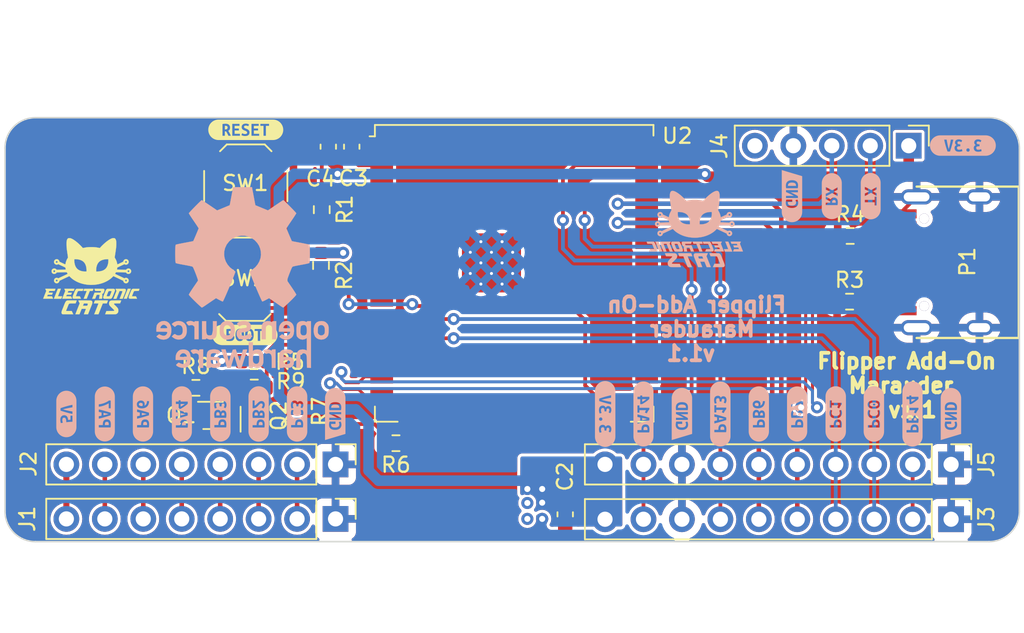
<source format=kicad_pcb>
(kicad_pcb (version 20221018) (generator pcbnew)
  (layers (0 "F.Cu" signal) (31 "B.Cu" signal) (34 "B.Paste" user) (35 "F.Paste" user) (36 "B.SilkS" user "B.Silkscreen") (37 "F.SilkS" user "F.Silkscreen") (38 "B.Mask" user) (39 "F.Mask" user) (44 "Edge.Cuts" user))
  (net 0 "")
  (net 1 "+3V3")
  (net 2 "GND")
  (net 3 "/PC3")
  (net 4 "/PB2")
  (net 5 "/PB3")
  (net 6 "/PA4")
  (net 7 "/PA6")
  (net 8 "/PA7")
  (net 9 "+5V")
  (net 10 "/PB14")
  (net 11 "/LPUART_RX")
  (net 12 "/LPUART_TX")
  (net 13 "/RX")
  (net 14 "/TX")
  (net 15 "/SWDIO")
  (net 16 "/SWCLK")
  (net 17 "/DIO11")
  (net 18 "unconnected-(P1-VBUS-PadA4)")
  (net 19 "Net-(P1-CC)")
  (net 20 "/D-")
  (net 21 "/D+")
  (net 22 "Net-(P1-VCONN)")
  (net 23 "Net-(Q1-G)")
  (net 24 "Net-(Q1-S)")
  (net 25 "Net-(Q1-D)")
  (net 26 "Net-(Q2-S)")
  (net 27 "/RST")
  (net 28 "/BOOT")
  (net 29 "/I2C_PULLUP")
  (footprint "Resistor_SMD:R_0603_1608Metric" (layer "F.Cu") (at 133.807 87.84 90)
    (fp_text reference "R7" (at 0 1.513 90) (layer "F.SilkS"))
    (fp_text value "10K")
    (pad "1" smd roundrect (at -0.825 0 90) (size 0.8 0.95) (layers "F.Cu" "F.Paste" "F.Mask") (net 23 "Net-(Q1-G)"))
    (pad "2" smd roundrect (at 0.825 0 90) (size 0.8 0.95) (layers "F.Cu" "F.Paste" "F.Mask") (net 25 "Net-(Q1-D)"))
  )
  (footprint "Connector_PinHeader_2.54mm:PinHeader_1x10_P2.54mm_Vertical" (layer "F.Cu") (at 177.001 94.9532 -90)
    (fp_text reference "J3" (at 0 -2.33 90) (layer "F.SilkS"))
    (fp_text value "Conn_01x10_Socket")
    (pad "1" thru_hole rect (at 0 0 270) (size 1.7 1.7) (drill 1) (layers "*.Cu" "*.Mask") (net 2 "GND"))
    (pad "2" thru_hole oval (at 0 2.54 270) (size 1.7 1.7) (drill 1) (layers "*.Cu" "*.Mask") (net 10 "/PB14"))
    (pad "3" thru_hole oval (at 0 5.08 270) (size 1.7 1.7) (drill 1) (layers "*.Cu" "*.Mask") (net 11 "/LPUART_RX"))
    (pad "4" thru_hole oval (at 0 7.62 270) (size 1.7 1.7) (drill 1) (layers "*.Cu" "*.Mask") (net 12 "/LPUART_TX"))
    (pad "5" thru_hole oval (at 0 10.16 270) (size 1.7 1.7) (drill 1) (layers "*.Cu" "*.Mask") (net 13 "/RX"))
    (pad "6" thru_hole oval (at 0 12.7 270) (size 1.7 1.7) (drill 1) (layers "*.Cu" "*.Mask") (net 14 "/TX"))
    (pad "7" thru_hole oval (at 0 15.24 270) (size 1.7 1.7) (drill 1) (layers "*.Cu" "*.Mask") (net 15 "/SWDIO"))
    (pad "8" thru_hole oval (at 0 17.78 270) (size 1.7 1.7) (drill 1) (layers "*.Cu" "*.Mask") (net 2 "GND"))
    (pad "9" thru_hole oval (at 0 20.32 270) (size 1.7 1.7) (drill 1) (layers "*.Cu" "*.Mask") (net 16 "/SWCLK"))
    (pad "10" thru_hole oval (at 0 22.86 270) (size 1.7 1.7) (drill 1) (layers "*.Cu" "*.Mask") (net 1 "+3V3"))
  )
  (footprint "Resistor_SMD:R_0603_1608Metric" (layer "F.Cu") (at 130.96 84.5128)
    (fp_text reference "R5" (at 2.37 0.0472) (layer "F.SilkS"))
    (fp_text value "10K")
    (pad "1" smd roundrect (at -0.825 0) (size 0.8 0.95) (layers "F.Cu" "F.Paste" "F.Mask") (net 1 "+3V3"))
    (pad "2" smd roundrect (at 0.825 0) (size 0.8 0.95) (layers "F.Cu" "F.Paste" "F.Mask") (net 12 "/LPUART_TX"))
  )
  (footprint "RF_Module:ESP32-S3-WROOM-1U" (layer "F.Cu") (at 148.14 78.71)
    (fp_text reference "U2" (at 10.77 -9.08 unlocked) (layer "F.SilkS"))
    (fp_text value "ESP32-S3-WROOM-1U-N16")
    (pad "1" smd rect (at -8.75 -8.41) (size 1.5 0.9) (layers "F.Cu" "F.Paste" "F.Mask") (net 2 "GND"))
    (pad "2" smd rect (at -8.75 -7.14) (size 1.5 0.9) (layers "F.Cu" "F.Paste" "F.Mask") (net 1 "+3V3"))
    (pad "3" smd rect (at -8.75 -5.87) (size 1.5 0.9) (layers "F.Cu" "F.Paste" "F.Mask") (net 27 "/RST"))
    (pad "4" smd rect (at -8.75 -4.6) (size 1.5 0.9) (layers "F.Cu" "F.Paste" "F.Mask"))
    (pad "5" smd rect (at -8.75 -3.33) (size 1.5 0.9) (layers "F.Cu" "F.Paste" "F.Mask"))
    (pad "6" smd rect (at -8.75 -2.06) (size 1.5 0.9) (layers "F.Cu" "F.Paste" "F.Mask"))
    (pad "7" smd rect (at -8.75 -0.79) (size 1.5 0.9) (layers "F.Cu" "F.Paste" "F.Mask"))
    (pad "8" smd rect (at -8.75 0.48) (size 1.5 0.9) (layers "F.Cu" "F.Paste" "F.Mask"))
    (pad "9" smd rect (at -8.75 1.75) (size 1.5 0.9) (layers "F.Cu" "F.Paste" "F.Mask"))
    (pad "10" smd rect (at -8.75 3.02) (size 1.5 0.9) (layers "F.Cu" "F.Paste" "F.Mask") (net 11 "/LPUART_RX"))
    (pad "11" smd rect (at -8.75 4.29) (size 1.5 0.9) (layers "F.Cu" "F.Paste" "F.Mask") (net 12 "/LPUART_TX"))
    (pad "12" smd rect (at -8.75 5.56) (size 1.5 0.9) (layers "F.Cu" "F.Paste" "F.Mask"))
    (pad "13" smd rect (at -8.75 6.83) (size 1.5 0.9) (layers "F.Cu" "F.Paste" "F.Mask") (net 20 "/D-"))
    (pad "14" smd rect (at -8.75 8.1 180) (size 1.5 0.9) (layers "F.Cu" "F.Paste" "F.Mask") (net 21 "/D+"))
    (pad "15" smd rect (at -6.985 9.35 270) (size 1.5 0.9) (layers "F.Cu" "F.Paste" "F.Mask") (net 29 "/I2C_PULLUP"))
    (pad "16" smd rect (at -5.715 9.35 270) (size 1.5 0.9) (layers "F.Cu" "F.Paste" "F.Mask"))
    (pad "17" smd rect (at -4.445 9.35 270) (size 1.5 0.9) (layers "F.Cu" "F.Paste" "F.Mask"))
    (pad "18" smd rect (at -3.175 9.35 270) (size 1.5 0.9) (layers "F.Cu" "F.Paste" "F.Mask"))
    (pad "19" smd rect (at -1.905 9.35 270) (size 1.5 0.9) (layers "F.Cu" "F.Paste" "F.Mask"))
    (pad "20" smd rect (at -0.635 9.35 270) (size 1.5 0.9) (layers "F.Cu" "F.Paste" "F.Mask"))
    (pad "21" smd rect (at 0.635 9.35 270) (size 1.5 0.9) (layers "F.Cu" "F.Paste" "F.Mask"))
    (pad "22" smd rect (at 1.905 9.35 270) (size 1.5 0.9) (layers "F.Cu" "F.Paste" "F.Mask"))
    (pad "23" smd rect (at 3.175 9.35 270) (size 1.5 0.9) (layers "F.Cu" "F.Paste" "F.Mask"))
    (pad "24" smd rect (at 4.445 9.35 270) (size 1.5 0.9) (layers "F.Cu" "F.Paste" "F.Mask"))
    (pad "25" smd rect (at 5.715 9.35 270) (size 1.5 0.9) (layers "F.Cu" "F.Paste" "F.Mask"))
    (pad "26" smd rect (at 6.985 9.35 270) (size 1.5 0.9) (layers "F.Cu" "F.Paste" "F.Mask"))
    (pad "27" smd rect (at 8.75 8.1) (size 1.5 0.9) (layers "F.Cu" "F.Paste" "F.Mask") (net 28 "/BOOT"))
    (pad "28" smd rect (at 8.75 6.83) (size 1.5 0.9) (layers "F.Cu" "F.Paste" "F.Mask"))
    (pad "29" smd rect (at 8.75 5.56) (size 1.5 0.9) (layers "F.Cu" "F.Paste" "F.Mask"))
    (pad "30" smd rect (at 8.75 4.29) (size 1.5 0.9) (layers "F.Cu" "F.Paste" "F.Mask"))
    (pad "31" smd rect (at 8.75 3.02) (size 1.5 0.9) (layers "F.Cu" "F.Paste" "F.Mask"))
    (pad "32" smd rect (at 8.75 1.75) (size 1.5 0.9) (layers "F.Cu" "F.Paste" "F.Mask"))
    (pad "33" smd rect (at 8.75 0.48) (size 1.5 0.9) (layers "F.Cu" "F.Paste" "F.Mask"))
    (pad "34" smd rect (at 8.75 -0.79) (size 1.5 0.9) (layers "F.Cu" "F.Paste" "F.Mask"))
    (pad "35" smd rect (at 8.75 -2.06) (size 1.5 0.9) (layers "F.Cu" "F.Paste" "F.Mask"))
    (pad "36" smd rect (at 8.75 -3.33) (size 1.5 0.9) (layers "F.Cu" "F.Paste" "F.Mask") (net 14 "/TX"))
    (pad "37" smd rect (at 8.75 -4.6) (size 1.5 0.9) (layers "F.Cu" "F.Paste" "F.Mask") (net 13 "/RX"))
    (pad "38" smd rect (at 8.75 -5.87) (size 1.5 0.9) (layers "F.Cu" "F.Paste" "F.Mask") (net 15 "/SWDIO"))
    (pad "39" smd rect (at 8.75 -7.14) (size 1.5 0.9) (layers "F.Cu" "F.Paste" "F.Mask") (net 16 "/SWCLK"))
    (pad "40" smd rect (at 8.75 -8.41) (size 1.5 0.9) (layers "F.Cu" "F.Paste" "F.Mask") (net 2 "GND"))
    (pad "41" thru_hole circle (at -2.9 -1.39) (size 0.6 0.6) (drill 0.2) (property pad_prop_heatsink) (layers "*.Cu" "F.Mask") (net 2 "GND"))
    (pad "41" thru_hole circle (at -2.9 0.01) (size 0.6 0.6) (drill 0.2) (property pad_prop_heatsink) (layers "*.Cu" "F.Mask") (net 2 "GND"))
    (pad "41" thru_hole circle (at -2.2 -2.09) (size 0.6 0.6) (drill 0.2) (property pad_prop_heatsink) (layers "*.Cu" "F.Mask") (net 2 "GND"))
    (pad "41" thru_hole circle (at -2.2 -0.69) (size 0.6 0.6) (drill 0.2) (property pad_prop_heatsink) (layers "*.Cu" "F.Mask") (net 2 "GND"))
    (pad "41" thru_hole circle (at -2.2 0.71) (size 0.6 0.6) (drill 0.2) (property pad_prop_heatsink) (layers "*.Cu" "F.Mask") (net 2 "GND"))
    (pad "41" thru_hole circle (at -1.5 -1.39) (size 0.6 0.6) (drill 0.2) (property pad_prop_heatsink) (layers "*.Cu" "F.Mask") (net 2 "GND"))
    (pad "41" smd rect (at -1.5 -0.69) (size 3.9 3.9) (layers "F.Cu" "F.Mask") (net 2 "GND"))
    (pad "41" thru_hole circle (at -1.5 0.01) (size 0.6 0.6) (drill 0.2) (property pad_prop_heatsink) (layers "*.Cu" "F.Mask") (net 2 "GND"))
    (pad "41" thru_hole circle (at -0.8 -2.09) (size 0.6 0.6) (drill 0.2) (property pad_prop_heatsink) (layers "*.Cu" "F.Mask") (net 2 "GND"))
    (pad "41" thru_hole circle (at -0.8 -0.69 90) (size 0.6 0.6) (drill 0.2) (property pad_prop_heatsink) (layers "*.Cu" "F.Mask") (net 2 "GND"))
    (pad "41" thru_hole circle (at -0.8 0.71) (size 0.6 0.6) (drill 0.2) (property pad_prop_heatsink) (layers "*.Cu" "F.Mask") (net 2 "GND"))
    (pad "41" thru_hole circle (at -0.1 -1.39) (size 0.6 0.6) (drill 0.2) (property pad_prop_heatsink) (layers "*.Cu" "F.Mask") (net 2 "GND"))
    (pad "41" thru_hole circle (at -0.1 0.01) (size 0.6 0.6) (drill 0.2) (property pad_prop_heatsink) (layers "*.Cu" "F.Mask") (net 2 "GND"))
  )
  (footprint "Resistor_SMD:R_0603_1608Metric" (layer "F.Cu") (at 170.295 80.58)
    (fp_text reference "R3" (at 0 -1.43) (layer "F.SilkS"))
    (fp_text value "5k1")
    (pad "1" smd roundrect (at -0.825 0) (size 0.8 0.95) (layers "F.Cu" "F.Paste" "F.Mask") (net 2 "GND"))
    (pad "2" smd roundrect (at 0.825 0) (size 0.8 0.95) (layers "F.Cu" "F.Paste" "F.Mask") (net 19 "Net-(P1-CC)"))
  )
  (footprint "Resistor_SMD:R_0603_1608Metric" (layer "F.Cu") (at 127.115 86.2728)
    (fp_text reference "R8" (at 0 -1.43) (layer "F.SilkS"))
    (fp_text value "4k7")
    (pad "1" smd roundrect (at -0.825 0) (size 0.8 0.95) (layers "F.Cu" "F.Paste" "F.Mask") (net 24 "Net-(Q1-S)"))
    (pad "2" smd roundrect (at 0.825 0) (size 0.8 0.95) (layers "F.Cu" "F.Paste" "F.Mask") (net 11 "/LPUART_RX"))
  )
  (footprint "Connector_PinHeader_2.54mm:PinHeader_1x08_P2.54mm_Vertical" (layer "F.Cu") (at 136.34 91.33 -90)
    (fp_text reference "J2" (at -0.04 20.27 90) (layer "F.SilkS"))
    (fp_text value "Conn_01x08_Socket")
    (pad "1" thru_hole rect (at 0 0 270) (size 1.7 1.7) (drill 1) (layers "*.Cu" "*.Mask") (net 2 "GND"))
    (pad "2" thru_hole oval (at 0 2.54 270) (size 1.7 1.7) (drill 1) (layers "*.Cu" "*.Mask") (net 3 "/PC3"))
    (pad "3" thru_hole oval (at 0 5.08 270) (size 1.7 1.7) (drill 1) (layers "*.Cu" "*.Mask") (net 4 "/PB2"))
    (pad "4" thru_hole oval (at 0 7.62 270) (size 1.7 1.7) (drill 1) (layers "*.Cu" "*.Mask") (net 5 "/PB3"))
    (pad "5" thru_hole oval (at 0 10.16 270) (size 1.7 1.7) (drill 1) (layers "*.Cu" "*.Mask") (net 6 "/PA4"))
    (pad "6" thru_hole oval (at 0 12.7 270) (size 1.7 1.7) (drill 1) (layers "*.Cu" "*.Mask") (net 7 "/PA6"))
    (pad "7" thru_hole oval (at 0 15.24 270) (size 1.7 1.7) (drill 1) (layers "*.Cu" "*.Mask") (net 8 "/PA7"))
    (pad "8" thru_hole oval (at 0 17.78 270) (size 1.7 1.7) (drill 1) (layers "*.Cu" "*.Mask") (net 9 "+5V"))
  )
  (footprint "kibuzzard-64E4E837" (layer "F.Cu") (at 130.41 69.23)
    (fp_text reference "kibuzzard-64E4E837" hide)
    (fp_text value "G***" hide)
  )
  (footprint "Resistor_SMD:R_0603_1608Metric" (layer "F.Cu") (at 140.33 89.93 180)
    (fp_text reference "R6" (at 0 -1.43) (layer "F.SilkS"))
    (fp_text value "150")
    (pad "1" smd roundrect (at -0.825 0 180) (size 0.8 0.95) (layers "F.Cu" "F.Paste" "F.Mask") (net 29 "/I2C_PULLUP"))
    (pad "2" smd roundrect (at 0.825 0 180) (size 0.8 0.95) (layers "F.Cu" "F.Paste" "F.Mask") (net 23 "Net-(Q1-G)"))
  )
  (footprint "Aesthetics:electronic_cats_logo_4x3" (layer "F.Cu") (at 120.21 78.9)
    (fp_text reference "G***" hide)
    (fp_text value "LOGO" hide)
  )
  (footprint "Resistor_SMD:R_0603_1608Metric" (layer "F.Cu") (at 135.43 74.505 90)
    (fp_text reference "R1" (at 0.005 1.52 90) (layer "F.SilkS"))
    (fp_text value "10K")
    (pad "1" smd roundrect (at -0.825 0 90) (size 0.8 0.95) (layers "F.Cu" "F.Paste" "F.Mask") (net 27 "/RST"))
    (pad "2" smd roundrect (at 0.825 0 90) (size 0.8 0.95) (layers "F.Cu" "F.Paste" "F.Mask") (net 1 "+3V3"))
  )
  (footprint "Capacitor_SMD:C_0603_1608Metric" (layer "F.Cu") (at 137.41 70.345 90)
    (fp_text reference "C3" (at -2.085 0.11 180) (layer "F.SilkS"))
    (fp_text value "1uF")
    (pad "1" smd roundrect (at -0.775 0 90) (size 0.9 0.95) (layers "F.Cu" "F.Paste" "F.Mask") (net 1 "+3V3"))
    (pad "2" smd roundrect (at 0.775 0 90) (size 0.9 0.95) (layers "F.Cu" "F.Paste" "F.Mask") (net 2 "GND"))
  )
  (footprint "Package_TO_SOT_SMD:SOT-523" (layer "F.Cu") (at 130.967 88.17 90)
    (fp_text reference "Q2" (at 0.05 1.623 90) (layer "F.SilkS"))
    (fp_text value "DMP2004TK-7")
    (pad "1" smd rect (at -0.645 -0.5 270) (size 0.51 0.4) (layers "F.Cu" "F.Paste" "F.Mask") (net 23 "Net-(Q1-G)"))
    (pad "2" smd rect (at -0.645 0.5 270) (size 0.51 0.4) (layers "F.Cu" "F.Paste" "F.Mask") (net 26 "Net-(Q2-S)"))
    (pad "3" smd rect (at 0.645 0 270) (size 0.51 0.4) (layers "F.Cu" "F.Paste" "F.Mask") (net 25 "Net-(Q1-D)"))
  )
  (footprint "Connector_PinHeader_2.54mm:PinHeader_1x05_P2.54mm_Vertical" (layer "F.Cu") (at 174.2 70.28 -90)
    (fp_text reference "J4" (at 0.02 12.5 90) (layer "F.SilkS"))
    (fp_text value "GPS")
    (pad "1" thru_hole rect (at 0 0 270) (size 1.7 1.7) (drill 1) (layers "*.Cu" "*.Mask") (net 1 "+3V3"))
    (pad "2" thru_hole oval (at 0 2.54 270) (size 1.7 1.7) (drill 1) (layers "*.Cu" "*.Mask") (net 14 "/TX"))
    (pad "3" thru_hole oval (at 0 5.08 270) (size 1.7 1.7) (drill 1) (layers "*.Cu" "*.Mask") (net 13 "/RX"))
    (pad "4" thru_hole oval (at 0 7.62 270) (size 1.7 1.7) (drill 1) (layers "*.Cu" "*.Mask") (net 2 "GND"))
    (pad "5" thru_hole oval (at 0 10.16 270) (size 1.7 1.7) (drill 1) (layers "*.Cu" "*.Mask") (net 17 "/DIO11"))
  )
  (footprint "Connectors:C393939" (layer "F.Cu") (at 174.7225 77.98 90)
    (fp_text reference "P1" (at 0.03 3.3575 90) (layer "F.SilkS"))
    (fp_text value "USB_C_Plug_USB2.0")
    (pad "" thru_hole circle (at -2.89 0.5 90) (size 0.65 0.65) (drill 0.65) (layers "*.Cu" "*.Mask"))
    (pad "" thru_hole circle (at 2.89 0.5 90) (size 0.65 0.65) (drill 0.65) (layers "*.Cu" "*.Mask"))
    (pad "A1" smd rect (at -3.2 -0.825 90) (size 0.6 1.65) (layers "F.Cu" "F.Paste" "F.Mask") (net 2 "GND"))
    (pad "A1" smd rect (at 3.2 -0.825 90) (size 0.6 1.65) (layers "F.Cu" "F.Paste" "F.Mask") (net 2 "GND"))
    (pad "A4" smd rect (at -2.4 -0.825 90) (size 0.6 1.65) (layers "F.Cu" "F.Paste" "F.Mask") (net 18 "unconnected-(P1-VBUS-PadA4)"))
    (pad "A4" smd rect (at 2.4 -0.825 90) (size 0.6 1.65) (layers "F.Cu" "F.Paste" "F.Mask") (net 18 "unconnected-(P1-VBUS-PadA4)"))
    (pad "A5" smd rect (at -1.25 -0.825 90) (size 0.3 1.65) (layers "F.Cu" "F.Paste" "F.Mask") (net 19 "Net-(P1-CC)"))
    (pad "A6" smd rect (at -0.25 -0.825 90) (size 0.3 1.65) (layers "F.Cu" "F.Paste" "F.Mask") (net 21 "/D+"))
    (pad "A6" smd rect (at 0.75 -0.825 90) (size 0.3 1.65) (layers "F.Cu" "F.Paste" "F.Mask") (net 21 "/D+"))
    (pad "A7" smd rect (at -0.75 -0.825 90) (size 0.3 1.65) (layers "F.Cu" "F.Paste" "F.Mask") (net 20 "/D-"))
    (pad "A7" smd rect (at 0.25 -0.825 90) (size 0.3 1.65) (layers "F.Cu" "F.Paste" "F.Mask") (net 20 "/D-"))
    (pad "A8" smd rect (at -1.75 -0.825 90) (size 0.3 1.65) (layers "F.Cu" "F.Paste" "F.Mask"))
    (pad "B5" smd rect (at 1.75 -0.825 90) (size 0.3 1.65) (layers "F.Cu" "F.Paste" "F.Mask") (net 22 "Net-(P1-VCONN)"))
    (pad "B8" smd rect (at 1.25 -0.825 90) (size 0.3 1.65) (layers "F.Cu" "F.Paste" "F.Mask"))
    (pad "S1" thru_hole oval (at -4.32 0 90) (size 1 2.1) (drill oval 0.6 1.7) (layers "*.Cu" "*.Mask") (net 2 "GND"))
    (pad "S1" thru_hole oval (at -4.32 4.15 90) (size 1 1.8) (drill oval 0.6 1.4) (layers "*.Cu" "*.Mask") (net 2 "GND"))
    (pad "S1" thru_hole oval (at 4.32 0 90) (size 1 2.1) (drill oval 0.6 1.7) (layers "*.Cu" "*.Mask") (net 2 "GND"))
    (pad "S1" thru_hole oval (at 4.32 4.15 90) (size 1 1.8) (drill oval 0.6 1.4) (layers "*.Cu" "*.Mask") (net 2 "GND"))
  )
  (footprint "Resistor_SMD:R_0603_1608Metric" (layer "F.Cu") (at 135.38 78.19 90)
    (fp_text reference "R2" (at -0.67 1.53 90) (layer "F.SilkS"))
    (fp_text value "10K")
    (pad "1" smd roundrect (at -0.825 0 90) (size 0.8 0.95) (layers "F.Cu" "F.Paste" "F.Mask") (net 28 "/BOOT"))
    (pad "2" smd roundrect (at 0.825 0 90) (size 0.8 0.95) (layers "F.Cu" "F.Paste" "F.Mask") (net 1 "+3V3"))
  )
  (footprint "Package_TO_SOT_SMD:SOT-523" (layer "F.Cu") (at 128.2528 88.095)
    (fp_text reference "Q1" (at -2.1128 -0.005) (layer "F.SilkS"))
    (fp_text value "DMP2004TK-7")
    (pad "1" smd rect (at -0.645 -0.5 180) (size 0.51 0.4) (layers "F.Cu" "F.Paste" "F.Mask") (net 23 "Net-(Q1-G)"))
    (pad "2" smd rect (at -0.645 0.5 180) (size 0.51 0.4) (layers "F.Cu" "F.Paste" "F.Mask") (net 24 "Net-(Q1-S)"))
    (pad "3" smd rect (at 0.645 0 180) (size 0.51 0.4) (layers "F.Cu" "F.Paste" "F.Mask") (net 25 "Net-(Q1-D)"))
  )
  (footprint "Connector_PinHeader_2.54mm:PinHeader_1x08_P2.54mm_Vertical" (layer "F.Cu") (at 136.34 94.93 -90)
    (fp_text reference "J1" (at 0 20.36 90) (layer "F.SilkS"))
    (fp_text value "Conn_01x08_Socket")
    (pad "1" thru_hole rect (at 0 0 270) (size 1.7 1.7) (drill 1) (layers "*.Cu" "*.Mask") (net 2 "GND"))
    (pad "2" thru_hole oval (at 0 2.54 270) (size 1.7 1.7) (drill 1) (layers "*.Cu" "*.Mask") (net 3 "/PC3"))
    (pad "3" thru_hole oval (at 0 5.08 270) (size 1.7 1.7) (drill 1) (layers "*.Cu" "*.Mask") (net 4 "/PB2"))
    (pad "4" thru_hole oval (at 0 7.62 270) (size 1.7 1.7) (drill 1) (layers "*.Cu" "*.Mask") (net 5 "/PB3"))
    (pad "5" thru_hole oval (at 0 10.16 270) (size 1.7 1.7) (drill 1) (layers "*.Cu" "*.Mask") (net 6 "/PA4"))
    (pad "6" thru_hole oval (at 0 12.7 270) (size 1.7 1.7) (drill 1) (layers "*.Cu" "*.Mask") (net 7 "/PA6"))
    (pad "7" thru_hole oval (at 0 15.24 270) (size 1.7 1.7) (drill 1) (layers "*.Cu" "*.Mask") (net 8 "/PA7"))
    (pad "8" thru_hole oval (at 0 17.78 270) (size 1.7 1.7) (drill 1) (layers "*.Cu" "*.Mask") (net 9 "+5V"))
  )
  (footprint "Resistor_SMD:R_0603_1608Metric" (layer "F.Cu") (at 130.97 86.2528)
    (fp_text reference "R9" (at 2.41 -0.4028) (layer "F.SilkS"))
    (fp_text value "4k7")
    (pad "1" smd roundrect (at -0.825 0) (size 0.8 0.95) (layers "F.Cu" "F.Paste" "F.Mask") (net 26 "Net-(Q2-S)"))
    (pad "2" smd roundrect (at 0.825 0) (size 0.8 0.95) (layers "F.Cu" "F.Paste" "F.Mask") (net 12 "/LPUART_TX"))
  )
  (footprint "Resistor_SMD:R_0603_1608Metric" (layer "F.Cu") (at 170.335 76.24)
    (fp_text reference "R4" (at 0 -1.43) (layer "F.SilkS"))
    (fp_text value "5k1")
    (pad "1" smd roundrect (at -0.825 0) (size 0.8 0.95) (layers "F.Cu" "F.Paste" "F.Mask") (net 2 "GND"))
    (pad "2" smd roundrect (at 0.825 0) (size 0.8 0.95) (layers "F.Cu" "F.Paste" "F.Mask") (net 22 "Net-(P1-VCONN)"))
  )
  (footprint "kibuzzard-64E4E889" (layer "F.Cu") (at 130.35 82.78)
    (fp_text reference "kibuzzard-64E4E889" hide)
    (fp_text value "G***" hide)
  )
  (footprint "Capacitor_SMD:C_0603_1608Metric" (layer "F.Cu") (at 135.86 70.345 90)
    (fp_text reference "C4" (at -2.115 -0.5 180) (layer "F.SilkS"))
    (fp_text value "10uF")
    (pad "1" smd roundrect (at -0.775 0 90) (size 0.9 0.95) (layers "F.Cu" "F.Paste" "F.Mask") (net 1 "+3V3"))
    (pad "2" smd roundrect (at 0.775 0 90) (size 0.9 0.95) (layers "F.Cu" "F.Paste" "F.Mask") (net 2 "GND"))
  )
  (footprint "Connector_PinHeader_2.54mm:PinHeader_1x10_P2.54mm_Vertical" (layer "F.Cu") (at 177.001 91.33 -90)
    (fp_text reference "J5" (at 0 -2.33 90) (layer "F.SilkS"))
    (fp_text value "Conn_01x10_Socket")
    (pad "1" thru_hole rect (at 0 0 270) (size 1.7 1.7) (drill 1) (layers "*.Cu" "*.Mask") (net 2 "GND"))
    (pad "2" thru_hole oval (at 0 2.54 270) (size 1.7 1.7) (drill 1) (layers "*.Cu" "*.Mask") (net 10 "/PB14"))
    (pad "3" thru_hole oval (at 0 5.08 270) (size 1.7 1.7) (drill 1) (layers "*.Cu" "*.Mask") (net 11 "/LPUART_RX"))
    (pad "4" thru_hole oval (at 0 7.62 270) (size 1.7 1.7) (drill 1) (layers "*.Cu" "*.Mask") (net 12 "/LPUART_TX"))
    (pad "5" thru_hole oval (at 0 10.16 270) (size 1.7 1.7) (drill 1) (layers "*.Cu" "*.Mask") (net 13 "/RX"))
    (pad "6" thru_hole oval (at 0 12.7 270) (size 1.7 1.7) (drill 1) (layers "*.Cu" "*.Mask") (net 14 "/TX"))
    (pad "7" thru_hole oval (at 0 15.24 270) (size 1.7 1.7) (drill 1) (layers "*.Cu" "*.Mask") (net 15 "/SWDIO"))
    (pad "8" thru_hole oval (at 0 17.78 270) (size 1.7 1.7) (drill 1) (layers "*.Cu" "*.Mask") (net 2 "GND"))
    (pad "9" thru_hole oval (at 0 20.32 270) (size 1.7 1.7) (drill 1) (layers "*.Cu" "*.Mask") (net 16 "/SWCLK"))
    (pad "10" thru_hole oval (at 0 22.86 270) (size 1.7 1.7) (drill 1) (layers "*.Cu" "*.Mask") (net 1 "+3V3"))
  )
  (footprint "Button_Switch_SMD:SW_SPST_TL3342" (layer "F.Cu") (at 130.41 72.945)
    (fp_text reference "SW1" (at -0.03 -0.195) (layer "F.SilkS"))
    (fp_text value "RESET")
    (pad "1" smd rect (at -3.15 -1.9) (size 1.7 1) (layers "F.Cu" "F.Paste" "F.Mask") (net 2 "GND"))
    (pad "1" smd rect (at 3.15 -1.9) (size 1.7 1) (layers "F.Cu" "F.Paste" "F.Mask") (net 2 "GND"))
    (pad "2" smd rect (at -3.15 1.9) (size 1.7 1) (layers "F.Cu" "F.Paste" "F.Mask") (net 27 "/RST"))
    (pad "2" smd rect (at 3.15 1.9) (size 1.7 1) (layers "F.Cu" "F.Paste" "F.Mask") (net 27 "/RST"))
  )
  (footprint "Button_Switch_SMD:SW_SPST_TL3342" (layer "F.Cu") (at 130.35 79.1)
    (fp_text reference "SW2" (at -0.03 -0.065) (layer "F.SilkS"))
    (fp_text value "BOOT")
    (pad "1" smd rect (at -3.15 -1.9) (size 1.7 1) (layers "F.Cu" "F.Paste" "F.Mask") (net 2 "GND"))
    (pad "1" smd rect (at 3.15 -1.9) (size 1.7 1) (layers "F.Cu" "F.Paste" "F.Mask") (net 2 "GND"))
    (pad "2" smd rect (at -3.15 1.9) (size 1.7 1) (layers "F.Cu" "F.Paste" "F.Mask") (net 28 "/BOOT"))
    (pad "2" smd rect (at 3.15 1.9) (size 1.7 1) (layers "F.Cu" "F.Paste" "F.Mask") (net 28 "/BOOT"))
  )
  (footprint "Capacitor_SMD:C_0603_1608Metric" (layer "F.Cu") (at 151.51 94.63 -90)
    (fp_text reference "C2" (at -2.49 0.01 90) (layer "F.SilkS"))
    (fp_text value "10uF")
    (pad "1" smd roundrect (at -0.775 0 270) (size 0.9 0.95) (layers "F.Cu" "F.Paste" "F.Mask") (net 1 "+3V3"))
    (pad "2" smd roundrect (at 0.775 0 270) (size 0.9 0.95) (layers "F.Cu" "F.Paste" "F.Mask") (net 2 "GND"))
  )
  (footprint "kibuzzard-648B921B" (layer "B.Cu") (at 133.8 88 90)
    (fp_text reference "kibuzzard-648B921B" hide)
    (fp_text value "G***" hide)
  )
  (footprint "kibuzzard-648B91FC" (layer "B.Cu") (at 131.26 88 90)
    (fp_text reference "kibuzzard-648B91FC" hide)
    (fp_text value "G***" hide)
  )
  (footprint "kibuzzard-64E4E5CE" (layer "B.Cu") (at 118.56 88 90)
    (fp_text reference "kibuzzard-64E4E5CE" hide)
    (fp_text value "G***" hide)
  )
  (footprint "kibuzzard-648B93EF" (layer "B.Cu") (at 169.38 88 90)
    (fp_text reference "kibuzzard-648B93EF" hide)
    (fp_text value "G***" hide)
  )
  (footprint "kibuzzard-64E4E792" (layer "B.Cu") (at 166.49 73.61 90)
    (fp_text reference "kibuzzard-64E4E792" hide)
    (fp_text value "G***" hide)
  )
  (footprint "kibuzzard-6488EEAF" (layer "B.Cu") (at 136.32 88 90)
    (fp_text reference "kibuzzard-6488EEAF" hide)
    (fp_text value "G***" hide)
  )
  (footprint "kibuzzard-648B93E0" (layer "B.Cu") (at 164.3 88 90)
    (fp_text reference "kibuzzard-648B93E0" hide)
    (fp_text value "G***" hide)
  )
  (footprint "kibuzzard-648B93B1" (layer "B.Cu") (at 156.68 88 90)
    (fp_text reference "kibuzzard-648B93B1" hide)
    (fp_text value "G***" hide)
  )
  (footprint "kibuzzard-6488EEAF" (layer "B.Cu") (at 176.99 88 90)
    (fp_text reference "kibuzzard-6488EEAF" hide)
    (fp_text value "G***" hide)
  )
  (footprint "kibuzzard-648B923F" (layer "B.Cu") (at 123.62 88 90)
    (fp_text reference "kibuzzard-648B923F" hide)
    (fp_text value "G***" hide)
  )
  (footprint "kibuzzard-648B9410" (layer "B.Cu") (at 174.45 88 90)
    (fp_text reference "kibuzzard-648B9410" hide)
    (fp_text value "G***" hide)
  )
  (footprint "kibuzzard-648B91CB" (layer "B.Cu") (at 126.19 88 90)
    (fp_text reference "kibuzzard-648B91CB" hide)
    (fp_text value "G***" hide)
  )
  (footprint "kibuzzard-64E4E7AD" (layer "B.Cu") (at 177.78 70.27 180)
    (fp_text reference "kibuzzard-64E4E7AD" hide)
    (fp_text value "G***" hide)
  )
  (footprint "kibuzzard-64E4E7C3" (layer "B.Cu") (at 169.12 73.61 90)
    (fp_text reference "kibuzzard-64E4E7C3" hide)
    (fp_text value "G***" hide)
  )
  (footprint "kibuzzard-6488EEAF" (layer "B.Cu") (at 159.22 88 90)
    (fp_text reference "kibuzzard-6488EEAF" hide)
    (fp_text value "G***" hide)
  )
  (footprint "Symbol:OSHW-Logo_11.4x12mm_SilkScreen" (layer "B.Cu") (at 130.21 78.98 180)
    (fp_text reference "REF**" hide)
    (fp_text value "OSHW-Logo_11.4x12mm_SilkScreen" hide)
  )
  (footprint "kibuzzard-648B93BF" (layer "B.Cu") (at 161.755 88 90)
    (fp_text reference "kibuzzard-648B93BF" hide)
    (fp_text value "G***" hide)
  )
  (footprint "kibuzzard-648B9401" (layer "B.Cu") (at 171.9 88 90)
    (fp_text reference "kibuzzard-648B9401" hide)
    (fp_text value "G***" hide)
  )
  (footprint "kibuzzard-648B922F" (layer "B.Cu") (at 121.1 88 90)
    (fp_text reference "kibuzzard-648B922F" hide)
    (fp_text value "G***" hide)
  )
  (footprint "kibuzzard-648B93D2" (layer "B.Cu") (at 166.83 88 90)
    (fp_text reference "kibuzzard-648B93D2" hide)
    (fp_text value "G***" hide)
  )
  (footprint "kibuzzard-6488F75A" (layer "B.Cu") (at 154.15 88 90)
    (fp_text reference "kibuzzard-6488F75A" hide)
    (fp_text value "G***" hide)
  )
  (footprint "kibuzzard-648B91E6" (layer "B.Cu") (at 128.73 88 90)
    (fp_text reference "kibuzzard-648B91E6" hide)
    (fp_text value "G***" hide)
  )
  (footprint "kibuzzard-64E4E7B8" (layer "B.Cu") (at 171.69 73.61 90)
    (fp_text reference "kibuzzard-64E4E7B8" hide)
    (fp_text value "G***" hide)
  )
  (footprint "Aesthetics:electronic_cats_logo_4x3" (layer "B.Cu") (at 160.070782 75.782253 180)
    (fp_text reference "G***" hide)
    (fp_text value "LOGO" hide)
  )
  (gr_line (start 116.508414 68.43) (end 179.51 68.43) (stroke (width 0.1)) (layer "Edge.Cuts"))
  (gr_arc (start 181.51 94.43) (mid 180.924214 95.844214) (end 179.51 96.43) (stroke (width 0.1)) (layer "Edge.Cuts"))
  (gr_arc (start 114.508414 70.43) (mid 115.094203 69.015789) (end 116.508414 68.43) (stroke (width 0.1)) (layer "Edge.Cuts"))
  (gr_arc (start 179.51 68.43) (mid 180.924214 69.015786) (end 181.51 70.43) (stroke (width 0.1)) (layer "Edge.Cuts"))
  (gr_line (start 181.51 70.43) (end 181.51 94.43) (stroke (width 0.1)) (layer "Edge.Cuts"))
  (gr_arc (start 116.51 96.43) (mid 115.095786 95.844214) (end 114.51 94.43) (stroke (width 0.1)) (layer "Edge.Cuts"))
  (gr_line (start 179.51 96.43) (end 116.51 96.43) (stroke (width 0.1)) (layer "Edge.Cuts"))
  (gr_line (start 114.51 94.43) (end 114.508414 70.43) (stroke (width 0.1)) (layer "Edge.Cuts"))
  (gr_text "Flipper Add-On\nMarauder \n v1.1\n" (at 160.190782 82.392253) (layer "B.SilkS") (effects (font (size 1 1) (thickness 0.25) bold) (justify mirror)))
  (gr_text "Flipper Add-On\nMarauder \n v1.1\n" (at 174.07 86.12) (layer "F.SilkS") (effects (font (size 1 1) (thickness 0.25) bold)))
  (via (at 149.01 94.93) (size 0.8) (drill 0.4) (layers "F.Cu" "B.Cu") (net 0))
  (via (at 149.01 93.88) (size 0.8) (drill 0.4) (layers "F.Cu" "B.Cu") (net 0))
  (segment (start 130.1222 84.5) (end 130.135 84.5128) (width 0.7) (layer "F.Cu") (net 1))
  (segment (start 153.0428 93.855) (end 154.141 94.9532) (width 0.3) (layer "F.Cu") (net 1))
  (segment (start 128.84 84.5) (end 130.1222 84.5) (width 0.7) (layer "F.Cu") (net 1))
  (segment (start 151.51 93.855) (end 149.995 93.855) (width 0.3) (layer "F.Cu") (net 1))
  (segment (start 154.141 94.9532) (end 154.141 91.33) (width 0.3) (layer "F.Cu") (net 1))
  (segment (start 136.485 71.745) (end 135.86 71.12) (width 0.7) (layer "F.Cu") (net 1))
  (segment (start 136.4925 72.12) (end 136.4925 71.75) (width 0.7) (layer "F.Cu") (net 1))
  (segment (start 160.915 72.33) (end 173.41 72.33) (width 0.7) (layer "F.Cu") (net 1))
  (segment (start 137.86 71.57) (end 137.41 71.12) (width 0.25) (layer "F.Cu") (net 1))
  (segment (start 151.51 93.855) (end 153.0428 93.855) (width 0.3) (layer "F.Cu") (net 1))
  (segment (start 139.39 71.57) (end 137.86 71.57) (width 0.25) (layer "F.Cu") (net 1))
  (segment (start 174.2 71.54) (end 174.2 70.28) (width 0.7) (layer "F.Cu") (net 1))
  (segment (start 136.4725 72.14) (end 136.4925 72.12) (width 0.7) (layer "F.Cu") (net 1))
  (segment (start 135.43 71.55) (end 135.86 71.12) (width 0.25) (layer "F.Cu") (net 1))
  (segment (start 135.38 77.365) (end 136.8325 77.365) (width 0.7) (layer "F.Cu") (net 1))
  (segment (start 154.135 94.9472) (end 154.141 94.9532) (width 0.5) (layer "F.Cu") (net 1))
  (segment (start 160.74 72.155) (end 160.915 72.33) (width 0.7) (layer "F.Cu") (net 1))
  (segment (start 135.43 73.68) (end 135.43 71.55) (width 0.25) (layer "F.Cu") (net 1))
  (segment (start 173.41 72.33) (end 174.2 71.54) (width 0.7) (layer "F.Cu") (net 1))
  (segment (start 135.86 71.12) (end 137.41 71.12) (width 0.25) (layer "F.Cu") (net 1))
  (segment (start 136.8325 77.365) (end 136.8425 77.355) (width 0.7) (layer "F.Cu") (net 1))
  (segment (start 149.995 93.855) (end 149.99 93.86) (width 0.3) (layer "F.Cu") (net 1))
  (via (at 136.4725 72.14) (size 0.8) (drill 0.4) (layers "F.Cu" "B.Cu") (net 1))
  (via (at 128.84 84.5) (size 0.8) (drill 0.4) (layers "F.Cu" "B.Cu") (net 1))
  (via (at 149.01 92.955) (size 0.8) (drill 0.4) (layers "F.Cu" "B.Cu") (net 1))
  (via (at 136.8425 77.355) (size 0.8) (drill 0.4) (layers "F.Cu" "B.Cu") (net 1))
  (via (at 149.99 92.955) (size 0.8) (drill 0.4) (layers "F.Cu" "B.Cu") (net 1))
  (via (at 149.99 93.86) (size 0.8) (drill 0.4) (layers "F.Cu" "B.Cu") (net 1))
  (via (at 160.74 72.155) (size 0.8) (drill 0.4) (layers "F.Cu" "B.Cu") (net 1))
  (segment (start 132.595 78.12) (end 132.595 83.52) (width 0.7) (layer "B.Cu") (net 1))
  (segment (start 132.595 76.6) (end 132.595 77.35) (width 0.7) (layer "B.Cu") (net 1))
  (segment (start 133.5 87.7) (end 137.68 87.7) (width 0.7) (layer "B.Cu") (net 1))
  (segment (start 139.185 92.405) (end 149.44 92.405) (width 0.7) (layer "B.Cu") (net 1))
  (segment (start 136.8425 77.355) (end 136.8325 77.365) (width 0.7) (layer "B.Cu") (net 1))
  (segment (start 149.44 92.405) (end 149.99 92.955) (width 0.7) (layer "B.Cu") (net 1))
  (segment (start 132.6 76.6) (end 133.35 77.35) (width 0.7) (layer "B.Cu") (net 1))
  (segment (start 132.595 83.52) (end 132.595 84.09) (width 0.7) (layer "B.Cu") (net 1))
  (segment (start 136.4725 72.14) (end 133.61 72.14) (width 0.7) (layer "B.Cu") (net 1))
  (segment (start 133.61 72.14) (end 132.595 73.155) (width 0.7) (layer "B.Cu") (net 1))
  (segment (start 133.35 77.35) (end 133.35 77.365) (width 0.7) (layer "B.Cu") (net 1))
  (segment (start 131.63 84.51) (end 128.85 84.51) (width 0.7) (layer "B.Cu") (net 1))
  (segment (start 132.595 84.51) (end 132.595 84.92) (width 0.7) (layer "B.Cu") (net 1))
  (segment (start 136.4875 72.155) (end 136.4725 72.14) (width 0.7) (layer "B.Cu") (net 1))
  (segment (start 132.595 85.46) (end 132.595 86.795) (width 0.7) (layer "B.Cu") (net 1))
  (segment (start 132.595 77.35) (end 132.595 77.76) (width 0.7) (layer "B.Cu") (net 1))
  (segment (start 160.74 72.155) (end 136.4875 72.155) (width 0.7) (layer "B.Cu") (net 1))
  (segment (start 136.8375 77.35) (end 133.35 77.35) (width 0.7) (layer "B.Cu") (net 1))
  (segment (start 132.595 73.155) (end 132.595 76.6) (width 0.7) (layer "B.Cu") (net 1))
  (segment (start 131.63 84.51) (end 131.63 84.485) (width 0.7) (layer "B.Cu") (net 1))
  (segment (start 132.595 76.6) (end 132.6 76.6) (width 0.7) (layer "B.Cu") (net 1))
  (segment (start 133.35 77.35) (end 132.595 77.35) (width 0.7) (layer "B.Cu") (net 1))
  (segment (start 131.63 84.485) (end 132.595 83.52) (width 0.7) (layer "B.Cu") (net 1))
  (segment (start 132.595 77.76) (end 132.595 78.12) (width 0.7) (layer "B.Cu") (net 1))
  (segment (start 138.52 88.54) (end 138.52 91.74) (width 0.7) (layer "B.Cu") (net 1))
  (segment (start 132.595 86.795) (end 133.5 87.7) (width 0.7) (layer "B.Cu") (net 1))
  (segment (start 131.63 84.485) (end 132.595 85.45) (width 0.7) (layer "B.Cu") (net 1))
  (segment (start 137.68 87.7) (end 138.52 88.54) (width 0.7) (layer "B.Cu") (net 1))
  (segment (start 138.52 91.74) (end 139.185 92.405) (width 0.7) (layer "B.Cu") (net 1))
  (segment (start 132.595 84.51) (end 131.63 84.51) (width 0.7) (layer "B.Cu") (net 1))
  (segment (start 136.8425 77.355) (end 136.8375 77.35) (width 0.7) (layer "B.Cu") (net 1))
  (segment (start 132.595 84.09) (end 132.595 84.51) (width 0.7) (layer "B.Cu") (net 1))
  (segment (start 133.35 77.365) (end 132.595 78.12) (width 0.7) (layer "B.Cu") (net 1))
  (segment (start 128.85 84.51) (end 128.84 84.5) (width 0.7) (layer "B.Cu") (net 1))
  (segment (start 132.595 85.45) (end 132.595 85.46) (width 0.7) (layer "B.Cu") (net 1))
  (segment (start 132.595 84.92) (end 132.595 85.46) (width 0.7) (layer "B.Cu") (net 1))
  (segment (start 173.8975 74.485) (end 174.7225 73.66) (width 0.25) (layer "F.Cu") (net 2))
  (segment (start 173.8975 74.78) (end 173.8975 74.485) (width 0.25) (layer "F.Cu") (net 2))
  (segment (start 151.51 95.405) (end 151.035 95.88) (width 0.3) (layer "F.Cu") (net 2))
  (segment (start 151.035 95.88) (end 147.46 95.88) (width 0.3) (layer "F.Cu") (net 2))
  (via (at 149.99 94.93) (size 0.8) (drill 0.4) (layers "F.Cu" "B.Cu") (net 2))
  (segment (start 133.825 94.9492) (end 133.821 94.9532) (width 0.25) (layer "F.Cu") (net 3))
  (segment (start 133.806 94.947) (end 133.8142 94.9388) (width 0.25) (layer "F.Cu") (net 3))
  (segment (start 133.8 91.33) (end 133.8 94.93) (width 0.3) (layer "F.Cu") (net 3))
  (segment (start 131.26 91.33) (end 131.26 94.93) (width 0.3) (layer "F.Cu") (net 4))
  (segment (start 131.285 94.9492) (end 131.281 94.9532) (width 0.25) (layer "F.Cu") (net 4))
  (segment (start 128.745 94.9492) (end 128.741 94.9532) (width 0.25) (layer "F.Cu") (net 5))
  (segment (start 128.72 91.33) (end 128.72 94.93) (width 0.3) (layer "F.Cu") (net 5))
  (segment (start 126.205 94.9492) (end 126.201 94.9532) (width 0.25) (layer "F.Cu") (net 6))
  (segment (start 126.18 91.33) (end 126.18 94.93) (width 0.3) (layer "F.Cu") (net 6))
  (segment (start 123.665 94.9492) (end 123.661 94.9532) (width 0.3) (layer "F.Cu") (net 7))
  (segment (start 123.64 91.33) (end 123.64 94.93) (width 0.3) (layer "F.Cu") (net 7))
  (segment (start 121.1 91.33) (end 121.1 94.93) (width 0.3) (layer "F.Cu") (net 8))
  (segment (start 118.56 91.33) (end 118.56 94.93) (width 0.4) (layer "F.Cu") (net 9))
  (segment (start 174.461 91.33) (end 174.461 94.9532) (width 0.25) (layer "F.Cu") (net 10))
  (segment (start 174.455 94.9472) (end 174.461 94.9532) (width 0.25) (layer "F.Cu") (net 10))
  (segment (start 128.51 82.98) (end 137.19 82.98) (width 0.25) (layer "F.Cu") (net 11))
  (segment (start 127.94 86.2728) (end 127.94 83.55) (width 0.25) (layer "F.Cu") (net 11))
  (segment (start 127.94 83.55) (end 128.51 82.98) (width 0.25) (layer "F.Cu") (net 11))
  (segment (start 171.915 94.9472) (end 171.921 94.9532) (width 0.25) (layer "F.Cu") (net 11))
  (segment (start 137.19 82.98) (end 138.44 81.73) (width 0.25) (layer "F.Cu") (net 11))
  (segment (start 139.39 81.73) (end 144.14 81.73) (width 0.25) (layer "F.Cu") (net 11))
  (segment (start 138.44 81.73) (end 139.39 81.73) (width 0.25) (layer "F.Cu") (net 11))
  (via (at 144.14 81.73) (size 0.8) (drill 0.4) (layers "F.Cu" "B.Cu") (net 11))
  (segment (start 170.65 81.73) (end 171.921 83.001) (width 0.25) (layer "B.Cu") (net 11))
  (segment (start 171.921 83.001) (end 171.921 91.33) (width 0.25) (layer "B.Cu") (net 11))
  (segment (start 171.921 91.33) (end 171.921 94.9532) (width 0.25) (layer "B.Cu") (net 11))
  (segment (start 144.14 81.73) (end 170.65 81.73) (width 0.25) (layer "B.Cu") (net 11))
  (segment (start 139.39 83) (end 144.14 83) (width 0.25) (layer "F.Cu") (net 12))
  (segment (start 131.785 83.955) (end 132.31 83.43) (width 0.25) (layer "F.Cu") (net 12))
  (segment (start 169.375 94.9472) (end 169.381 94.9532) (width 0.25) (layer "F.Cu") (net 12))
  (segment (start 137.92 83.43) (end 138.35 83) (width 0.25) (layer "F.Cu") (net 12))
  (segment (start 131.785 84.5128) (end 131.785 83.955) (width 0.25) (layer "F.Cu") (net 12))
  (segment (start 131.795 84.5228) (end 131.785 84.5128) (width 0.25) (layer "F.Cu") (net 12))
  (segment (start 131.795 86.2528) (end 131.795 84.5228) (width 0.25) (layer "F.Cu") (net 12))
  (segment (start 132.31 83.43) (end 137.92 83.43) (width 0.25) (layer "F.Cu") (net 12))
  (segment (start 138.35 83) (end 139.39 83) (width 0.25) (layer "F.Cu") (net 12))
  (via (at 144.14 83) (size 0.8) (drill 0.4) (layers "F.Cu" "B.Cu") (net 12))
  (segment (start 168.45 83) (end 169.381 83.931) (width 0.25) (layer "B.Cu") (net 12))
  (segment (start 169.381 91.33) (end 169.381 94.9532) (width 0.25) (layer "B.Cu") (net 12))
  (segment (start 144.14 83) (end 168.45 83) (width 0.25) (layer "B.Cu") (net 12))
  (segment (start 169.381 83.931) (end 169.381 91.33) (width 0.25) (layer "B.Cu") (net 12))
  (segment (start 165.785 88.13) (end 166.841 89.186) (width 0.3) (layer "F.Cu") (net 13))
  (segment (start 156.89 74.11) (end 154.98 74.11) (width 0.3) (layer "F.Cu") (net 13))
  (segment (start 156.89 74.11) (end 165.23 74.11) (width 0.3) (layer "F.Cu") (net 13))
  (segment (start 165.23 74.11) (end 165.785 74.665) (width 0.3) (layer "F.Cu") (net 13))
  (segment (start 166.841 89.186) (end 166.841 91.33) (width 0.3) (layer "F.Cu") (net 13))
  (segment (start 165.785 74.665) (end 165.785 88.13) (width 0.3) (layer "F.Cu") (net 13))
  (segment (start 166.841 91.33) (end 166.841 94.9532) (width 0.3) (layer "F.Cu") (net 13))
  (segment (start 166.835 94.9472) (end 166.841 94.9532) (width 0.25) (layer "F.Cu") (net 13))
  (via (at 154.98 74.11) (size 0.8) (drill 0.4) (layers "F.Cu" "B.Cu") (net 13))
  (segment (start 168.32 74.11) (end 169.12 73.31) (width 0.3) (layer "B.Cu") (net 13))
  (segment (start 169.12 73.31) (end 169.12 70.28) (width 0.3) (layer "B.Cu") (net 13))
  (segment (start 154.98 74.11) (end 168.32 74.11) (width 0.3) (layer "B.Cu") (net 13))
  (segment (start 164.301 91.33) (end 164.301 94.9532) (width 0.3) (layer "F.Cu") (net 14))
  (segment (start 164.295 94.9472) (end 164.301 94.9532) (width 0.25) (layer "F.Cu") (net 14))
  (segment (start 156.89 75.38) (end 164.67 75.38) (width 0.3) (layer "F.Cu") (net 14))
  (segment (start 164.67 75.38) (end 165.185 75.895) (width 0.3) (layer "F.Cu") (net 14))
  (segment (start 164.301 88.989) (end 164.301 91.33) (width 0.3) (layer "F.Cu") (net 14))
  (segment (start 165.185 88.105) (end 164.301 88.989) (width 0.3) (layer "F.Cu") (net 14))
  (segment (start 156.89 75.38) (end 154.98 75.38) (width 0.3) (layer "F.Cu") (net 14))
  (segment (start 165.185 75.895) (end 165.185 88.105) (width 0.3) (layer "F.Cu") (net 14))
  (via (at 154.98 75.38) (size 0.8) (drill 0.4) (layers "F.Cu" "B.Cu") (net 14))
  (segment (start 170.83 75.38) (end 171.66 74.55) (width 0.3) (layer "B.Cu") (net 14))
  (segment (start 171.66 74.55) (end 171.66 70.28) (width 0.3) (layer "B.Cu") (net 14))
  (segment (start 154.98 75.38) (end 170.83 75.38) (width 0.3) (layer "B.Cu") (net 14))
  (segment (start 156.89 72.84) (end 153.42 72.84) (width 0.25) (layer "F.Cu") (net 15))
  (segment (start 152.8 73.46) (end 152.8 75.2) (width 0.25) (layer "F.Cu") (net 15))
  (segment (start 161.76 91.329) (end 161.761 91.33) (width 0.25) (layer "F.Cu") (net 15))
  (segment (start 153.42 72.84) (end 152.8 73.46) (width 0.25) (layer "F.Cu") (net 15))
  (segment (start 161.76 79.78) (end 161.76 91.329) (width 0.25) (layer "F.Cu") (net 15))
  (segment (start 161.755 94.9472) (end 161.761 94.9532) (width 0.25) (layer "F.Cu") (net 15))
  (segment (start 161.761 91.33) (end 161.761 94.9532) (width 0.25) (layer "F.Cu") (net 15))
  (via (at 152.8 75.2) (size 0.8) (drill 0.4) (layers "F.Cu" "B.Cu") (net 15))
  (via (at 161.76 79.78) (size 0.8) (drill 0.4) (layers "F.Cu" "B.Cu") (net 15))
  (segment (start 161.27 76.95) (end 153.32 76.95) (width 0.25) (layer "B.Cu") (net 15))
  (segment (start 153.32 76.95) (end 152.8 76.43) (width 0.25) (layer "B.Cu") (net 15))
  (segment (start 152.8 76.43) (end 152.8 75.2) (width 0.25) (layer "B.Cu") (net 15))
  (segment (start 161.76 77.44) (end 161.27 76.95) (width 0.25) (layer "B.Cu") (net 15))
  (segment (start 161.76 79.78) (end 161.76 77.44) (width 0.25) (layer "B.Cu") (net 15))
  (segment (start 159.36 88.61) (end 157.26 88.61) (width 0.25) (layer "F.Cu") (net 16))
  (segment (start 156.675 94.9472) (end 156.681 94.9532) (width 0.25) (layer "F.Cu") (net 16))
  (segment (start 156.681 89.191) (end 156.681 91.33) (width 0.25) (layer "F.Cu") (net 16))
  (segment (start 156.681 91.33) (end 156.681 94.9532) (width 0.25) (layer "F.Cu") (net 16))
  (segment (start 152.16 71.57) (end 151.36 72.37) (width 0.25) (layer "F.Cu") (net 16))
  (segment (start 157.26 88.61) (end 156.68 89.19) (width 0.25) (layer "F.Cu") (net 16))
  (segment (start 159.86 79.8) (end 159.86 88.11) (width 0.25) (layer "F.Cu") (net 16))
  (segment (start 156.68 89.19) (end 156.681 89.191) (width 0.25) (layer "F.Cu") (net 16))
  (segment (start 151.36 72.37) (end 151.36 75.2) (width 0.25) (layer "F.Cu") (net 16))
  (segment (start 156.89 71.57) (end 152.16 71.57) (width 0.25) (layer "F.Cu") (net 16))
  (segment (start 159.86 88.11) (end 159.36 88.61) (width 0.25) (layer "F.Cu") (net 16))
  (via (at 159.86 79.8) (size 0.8) (drill 0.4) (layers "F.Cu" "B.Cu") (net 16))
  (via (at 151.36 75.2) (size 0.8) (drill 0.4) (layers "F.Cu" "B.Cu") (net 16))
  (segment (start 159.86 79.8) (end 159.86 78.35) (width 0.25) (layer "B.Cu") (net 16))
  (segment (start 159.86 78.35) (end 159.37 77.86) (width 0.25) (layer "B.Cu") (net 16))
  (segment (start 152.13 77.86) (end 151.36 77.09) (width 0.25) (layer "B.Cu") (net 16))
  (segment (start 151.36 77.09) (end 151.36 75.2) (width 0.25) (layer "B.Cu") (net 16))
  (segment (start 159.37 77.86) (end 152.13 77.86) (width 0.25) (layer "B.Cu") (net 16))
  (segment (start 173.8975 80.38) (end 174.722551 80.38) (width 0.25) (layer "F.Cu") (net 18))
  (segment (start 175.512551 79.59) (end 175.61 79.59) (width 0.25) (layer "F.Cu") (net 18))
  (segment (start 175.61 76.467449) (end 175.61 79.59) (width 0.25) (layer "F.Cu") (net 18))
  (segment (start 173.8975 75.58) (end 174.722551 75.58) (width 0.25) (layer "F.Cu") (net 18))
  (segment (start 174.722551 80.38) (end 175.512551 79.59) (width 0.25) (layer "F.Cu") (net 18))
  (segment (start 174.722551 75.58) (end 175.61 76.467449) (width 0.25) (layer "F.Cu") (net 18))
  (segment (start 171.12 80.58) (end 171.12 79.66) (width 0.25) (layer "F.Cu") (net 19))
  (segment (start 171.55 79.23) (end 173.8975 79.23) (width 0.25) (layer "F.Cu") (net 19))
  (segment (start 171.12 79.66) (end 171.55 79.23) (width 0.25) (layer "F.Cu") (net 19))
  (segment (start 175.17 77.9275) (end 174.9725 77.73) (width 0.2) (layer "F.Cu") (net 20))
  (segment (start 138.26 85.54) (end 137.87 85.93) (width 0.2) (layer "F.Cu") (net 20))
  (segment (start 137.0032 85.93) (end 136.726233 85.653033) (width 0.2) (layer "F.Cu") (net 20))
  (segment (start 168.145 87.56) (end 167.845001 87.260001) (width 0.2) (layer "F.Cu") (net 20))
  (segment (start 167.845001 87.260001) (end 167.845001 79.513199) (width 0.2) (layer "F.Cu") (net 20))
  (segment (start 136.726233 85.653033) (end 136.726233 85.228768) (width 0.2) (layer "F.Cu") (net 20))
  (segment (start 139.39 85.54) (end 138.26 85.54) (width 0.2) (layer "F.Cu") (net 20))
  (segment (start 172.659999 78.73) (end 172.634999 78.705) (width 0.2) (layer "F.Cu") (net 20))
  (segment (start 172.634999 78.705) (end 168.6532 78.705) (width 0.2) (layer "F.Cu") (net 20))
  (segment (start 173.8975 78.73) (end 172.659999 78.73) (width 0.2) (layer "F.Cu") (net 20))
  (segment (start 173.8975 78.73) (end 175 78.73) (width 0.2) (layer "F.Cu") (net 20))
  (segment (start 175.17 78.56) (end 175.17 77.9275) (width 0.2) (layer "F.Cu") (net 20))
  (segment (start 175 78.73) (end 175.17 78.56) (width 0.2) (layer "F.Cu") (net 20))
  (segment (start 137.87 85.93) (end 137.0032 85.93) (width 0.2) (layer "F.Cu") (net 20))
  (segment (start 167.845001 79.513199) (end 168.6532 78.705) (width 0.2) (layer "F.Cu") (net 20))
  (segment (start 174.9725 77.73) (end 173.8975 77.73) (width 0.2) (layer "F.Cu") (net 20))
  (via (at 136.726233 85.228768) (size 0.8) (drill 0.4) (layers "F.Cu" "B.Cu") (net 20))
  (via (at 168.145 87.56) (size 0.8) (drill 0.4) (layers "F.Cu" "B.Cu") (net 20))
  (segment (start 167.845001 86.466801) (end 167.2532 85.875) (width 0.2) (layer "B.Cu") (net 20))
  (segment (start 168.145 87.56) (end 167.845001 87.260001) (width 0.2) (layer "B.Cu") (net 20))
  (segment (start 167.845001 87.260001) (end 167.845001 86.466801) (width 0.2) (layer "B.Cu") (net 20))
  (segment (start 167.2532 85.875) (end 136.9482 85.875) (width 0.2) (layer "B.Cu") (net 20))
  (segment (start 136.726233 85.653033) (end 136.726233 85.228768) (width 0.2) (layer "B.Cu") (net 20))
  (segment (start 136.9482 85.875) (end 136.726233 85.653033) (width 0.2) (layer "B.Cu") (net 20))
  (segment (start 167.394999 79.326801) (end 168.4668 78.255) (width 0.2) (layer "F.Cu") (net 21))
  (segment (start 167.394999 87.260001) (end 167.394999 79.326801) (width 0.2) (layer "F.Cu") (net 21))
  (segment (start 172.8225 78.23) (end 172.53 77.9375) (width 0.2) (layer "F.Cu") (net 21))
  (segment (start 138.3 86.81) (end 137.87 86.38) (width 0.2) (layer "F.Cu") (net 21))
  (segment (start 139.39 86.81) (end 138.3 86.81) (width 0.2) (layer "F.Cu") (net 21))
  (segment (start 172.634999 78.255) (end 168.4668 78.255) (width 0.2) (layer "F.Cu") (net 21))
  (segment (start 167.095 87.56) (end 167.394999 87.260001) (width 0.2) (layer "F.Cu") (net 21))
  (segment (start 136.816802 86.38) (end 136.408034 85.971232) (width 0.2) (layer "F.Cu") (net 21))
  (segment (start 172.53 77.54) (end 172.53 77.43) (width 0.2) (layer "F.Cu") (net 21))
  (segment (start 172.53 77.43) (end 172.73 77.23) (width 0.2) (layer "F.Cu") (net 21))
  (segment (start 172.53 77.9375) (end 172.53 77.54) (width 0.2) (layer "F.Cu") (net 21))
  (segment (start 172.53 77.43) (end 172.685 77.275) (width 0.2) (layer "F.Cu") (net 21))
  (segment (start 173.8975 77.23) (end 172.73 77.23) (width 0.2) (layer "F.Cu") (net 21))
  (segment (start 172.73 77.23) (end 172.685 77.275) (width 0.2) (layer "F.Cu") (net 21))
  (segment (start 173.8975 78.23) (end 172.659999 78.23) (width 0.2) (layer "F.Cu") (net 21))
  (segment (start 137.87 86.38) (end 136.816802 86.38) (width 0.2) (layer "F.Cu") (net 21))
  (segment (start 136.408034 85.971232) (end 135.983769 85.971232) (width 0.2) (layer "F.Cu") (net 21))
  (segment (start 173.8975 78.23) (end 172.8225 78.23) (width 0.2) (layer "F.Cu") (net 21))
  (segment (start 172.659999 78.23) (end 172.634999 78.255) (width 0.2) (layer "F.Cu") (net 21))
  (via (at 167.095 87.56) (size 0.8) (drill 0.4) (layers "F.Cu" "B.Cu") (net 21))
  (via (at 135.983769 85.971232) (size 0.8) (drill 0.4) (layers "F.Cu" "B.Cu") (net 21))
  (segment (start 167.394999 86.653199) (end 167.0668 86.325) (width 0.2) (layer "B.Cu") (net 21))
  (segment (start 167.0668 86.325) (end 136.761802 86.325) (width 0.2) (layer "B.Cu") (net 21))
  (segment (start 136.761802 86.325) (end 136.408034 85.971232) (width 0.2) (layer "B.Cu") (net 21))
  (segment (start 167.394999 87.260001) (end 167.394999 86.653199) (width 0.2) (layer "B.Cu") (net 21))
  (segment (start 136.408034 85.971232) (end 135.983769 85.971232) (width 0.2) (layer "B.Cu") (net 21))
  (segment (start 167.095 87.56) (end 167.394999 87.260001) (width 0.2) (layer "B.Cu") (net 21))
  (segment (start 171.16 76.24) (end 171.17 76.23) (width 0.25) (layer "F.Cu") (net 22))
  (segment (start 171.17 76.23) (end 173.8975 76.23) (width 0.25) (layer "F.Cu") (net 22))
  (segment (start 133.807 88.665) (end 138.915 88.665) (width 0.25) (layer "F.Cu") (net 23))
  (segment (start 130.467 88.815) (end 130.467 89.327) (width 0.25) (layer "F.Cu") (net 23))
  (segment (start 138.915 88.665) (end 139.505 89.255) (width 0.25) (layer "F.Cu") (net 23))
  (segment (start 128.257 88.56) (end 128.512 88.815) (width 0.25) (layer "F.Cu") (net 23))
  (segment (start 127.6078 87.595) (end 128.092 87.595) (width 0.25) (layer "F.Cu") (net 23))
  (segment (start 128.512 88.815) (end 130.467 88.815) (width 0.25) (layer "F.Cu") (net 23))
  (segment (start 133.807 89.333) (end 133.807 88.665) (width 0.25) (layer "F.Cu") (net 23))
  (segment (start 133.46 89.68) (end 133.807 89.333) (width 0.25) (layer "F.Cu") (net 23))
  (segment (start 130.467 89.327) (end 130.82 89.68) (width 0.25) (layer "F.Cu") (net 23))
  (segment (start 128.257 87.76) (end 128.257 88.56) (width 0.25) (layer "F.Cu") (net 23))
  (segment (start 139.505 89.255) (end 139.505 89.93) (width 0.25) (layer "F.Cu") (net 23))
  (segment (start 128.092 87.595) (end 128.257 87.76) (width 0.25) (layer "F.Cu") (net 23))
  (segment (start 130.82 89.68) (end 133.46 89.68) (width 0.25) (layer "F.Cu") (net 23))
  (segment (start 126.982 88.595) (end 126.29 87.903) (width 0.25) (layer "F.Cu") (net 24))
  (segment (start 127.6078 88.595) (end 126.982 88.595) (width 0.25) (layer "F.Cu") (net 24))
  (segment (start 126.29 87.903) (end 126.29 86.2728) (width 0.25) (layer "F.Cu") (net 24))
  (segment (start 130.967 87.3622) (end 130.927 87.3622) (width 0.25) (layer "F.Cu") (net 25))
  (segment (start 128.8978 85.645) (end 129.18 85.3628) (width 0.25) (layer "F.Cu") (net 25))
  (segment (start 130.967 85.6398) (end 130.967 87.525) (width 0.25) (layer "F.Cu") (net 25))
  (segment (start 133.297 87.525) (end 133.807 87.015) (width 0.25) (layer "F.Cu") (net 25))
  (segment (start 129.18 85.3628) (end 130.69 85.3628) (width 0.25) (layer "F.Cu") (net 25))
  (segment (start 130.69 85.3628) (end 130.967 85.6398) (width 0.25) (layer "F.Cu") (net 25))
  (segment (start 130.967 87.525) (end 133.297 87.525) (width 0.25) (layer "F.Cu") (net 25))
  (segment (start 128.8978 88.095) (end 128.8978 85.645) (width 0.25) (layer "F.Cu") (net 25))
  (segment (start 131.247 88.17) (end 131.467 88.39) (width 0.25) (layer "F.Cu") (net 26))
  (segment (start 130.145 86.2528) (end 130.145 87.988) (width 0.25) (layer "F.Cu") (net 26))
  (segment (start 130.145 87.988) (end 130.327 88.17) (width 0.25) (layer "F.Cu") (net 26))
  (segment (start 130.327 88.17) (end 131.247 88.17) (width 0.25) (layer "F.Cu") (net 26))
  (segment (start 131.467 88.39) (end 131.467 88.815) (width 0.25) (layer "F.Cu") (net 26))
  (segment (start 136.61 73.155) (end 136.925 72.84) (width 0.25) (layer "F.Cu") (net 27))
  (segment (start 136.345 75.33) (end 136.61 75.065) (width 0.25) (layer "F.Cu") (net 27))
  (segment (start 136.925 72.84) (end 139.39 72.84) (width 0.25) (layer "F.Cu") (net 27))
  (segment (start 133.56 74.845) (end 134.945 74.845) (width 0.25) (layer "F.Cu") (net 27))
  (segment (start 134.945 74.845) (end 135.43 75.33) (width 0.25) (layer "F.Cu") (net 27))
  (segment (start 136.61 75.065) (end 136.61 73.155) (width 0.25) (layer "F.Cu") (net 27))
  (segment (start 127.26 74.845) (end 133.56 74.845) (width 0.25) (layer "F.Cu") (net 27))
  (segment (start 135.43 75.33) (end 136.345 75.33) (width 0.25) (layer "F.Cu") (net 27))
  (segment (start 133.5 81) (end 127.2 81) (width 0.25) (layer "F.Cu") (net 28))
  (segment (start 152.83 81.82) (end 151.88 80.87) (width 0.25) (layer "F.Cu") (net 28))
  (segment (start 137.21 80.74) (end 137.21 79.46) (width 0.25) (layer "F.Cu") (net 28))
  (segment (start 156.875 86.795) (end 153.505 86.795) (width 0.25) (layer "F.Cu") (net 28))
  (segment (start 134.105 79.015) (end 133.5 79.62) (width 0.25) (layer "F.Cu") (net 28))
  (segment (start 133.5 79.62) (end 133.5 81) (width 0.25) (layer "F.Cu") (net 28))
  (segment (start 151.88 80.87) (end 141.53 80.87) (width 0.25) (layer "F.Cu") (net 28))
  (segment (start 135.38 79.015) (end 134.105 79.015) (width 0.25) (layer "F.Cu") (net 28))
  (segment (start 153.505 86.795) (end 152.83 86.12) (width 0.25) (layer "F.Cu") (net 28))
  (segment (start 137.21 79.46) (end 136.765 79.015) (width 0.25) (layer "F.Cu") (net 28))
  (segment (start 136.765 79.015) (end 135.38 79.015) (width 0.25) (layer "F.Cu") (net 28))
  (segment (start 156.89 86.81) (end 156.875 86.795) (width 0.25) (layer "F.Cu") (net 28))
  (segment (start 152.83 86.12) (end 152.83 81.82) (width 0.25) (layer "F.Cu") (net 28))
  (via (at 137.21 80.74) (size 0.8) (drill 0.4) (layers "F.Cu" "B.Cu") (net 28))
  (via (at 141.405 80.745) (size 0.8) (drill 0.4) (layers "F.Cu" "B.Cu") (net 28))
  (segment (start 137.22 80.75) (end 141.4 80.75) (width 0.25) (layer "B.Cu") (net 28))
  (segment (start 137.21 80.74) (end 137.22 80.75) (width 0.25) (layer "B.Cu") (net 28))
  (segment (start 141.4 80.75) (end 141.405 80.745) (width 0.25) (layer "B.Cu") (net 28))
  (segment (start 141.155 88.06) (end 141.155 89.93) (width 0.25) (layer "F.Cu") (net 29))
  (zone (net 2) (net_name "GND") (layers "F&B.Cu") (connect_pads (clearance 0)) (min_thickness 0.25) (fill yes (thermal_gap 0.5) (thermal_bridge_width 0.5))
    (polygon (pts (xy 114.46 75.78) (xy 114.45 98.94) (xy 181.83 99.11) (xy 181.636 66.76) (xy 114.176 66.8)))
  )
  (zone (net 1) (net_name "+3V3") (layers "F&B.Cu") (priority 2) (connect_pads yes (clearance 0)) (min_thickness 0.25) (fill yes (thermal_gap 0.5) (thermal_bridge_width 0.5))
    (polygon (pts (xy 148.55 90.81) (xy 155.27 90.81) (xy 155.285 95.43) (xy 148.535 95.455)))
  )
)
</source>
